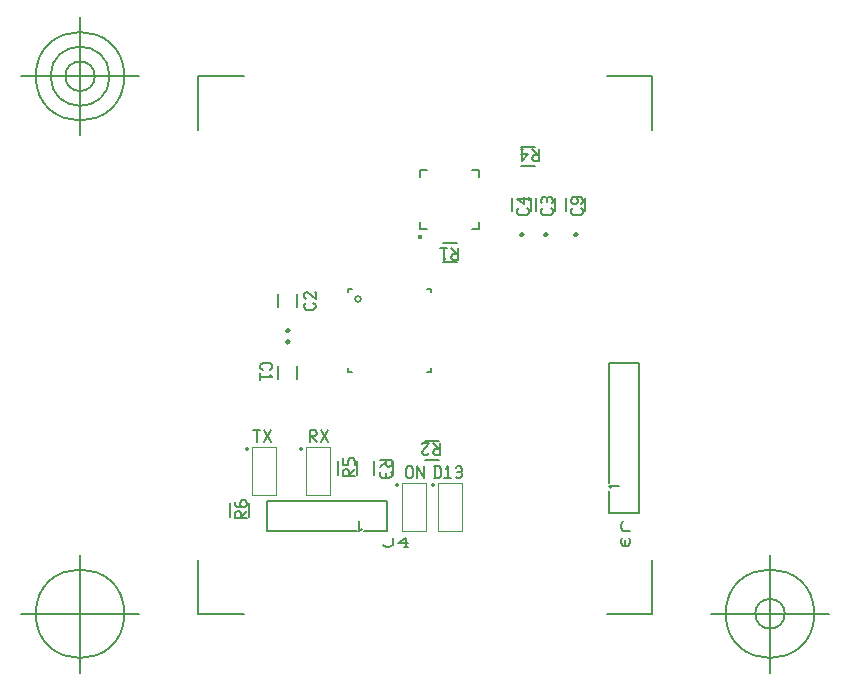
<source format=gbr>
G04 Generated by Ultiboard 14.1 *
%FSLAX34Y34*%
%MOMM*%

%ADD10C,0.0001*%
%ADD11C,0.1556*%
%ADD12C,0.2000*%
%ADD13C,0.2500*%
%ADD14C,0.2032*%
%ADD15C,0.0013*%
%ADD16C,0.1270*%
%ADD17C,0.40000*%
%ADD18C,0.35921*%


G04 ColorRGB FFFF00 for the following layer *
%LNSilkscreen Top*%
%LPD*%
G54D10*
G54D11*
X125820Y195031D02*
X123820Y197022D01*
X123820Y199013D01*
X125820Y201004D01*
X131820Y201004D01*
X133820Y199013D01*
X133820Y197022D01*
X131820Y195031D01*
X131820Y191049D02*
X133820Y189058D01*
X123820Y189058D01*
X123820Y192044D02*
X123820Y186071D01*
X168820Y252009D02*
X170820Y250018D01*
X170820Y248027D01*
X168820Y246036D01*
X162820Y246036D01*
X160820Y248027D01*
X160820Y250018D01*
X162820Y252009D01*
X162820Y254996D02*
X160820Y256987D01*
X160820Y258978D01*
X162820Y260969D01*
X163820Y260969D01*
X170820Y254996D01*
X170820Y260969D01*
X169820Y260969D01*
X291104Y298020D02*
X291104Y288020D01*
X287122Y288020D01*
X285131Y290020D01*
X285131Y291020D01*
X287122Y293020D01*
X291104Y293020D01*
X290109Y293020D02*
X285131Y298020D01*
X281149Y290020D02*
X279158Y288020D01*
X279158Y298020D01*
X282144Y298020D02*
X276171Y298020D01*
X349360Y332089D02*
X351360Y330098D01*
X351360Y328107D01*
X349360Y326116D01*
X343360Y326116D01*
X341360Y328107D01*
X341360Y330098D01*
X343360Y332089D01*
X347360Y341049D02*
X347360Y335076D01*
X341360Y340053D01*
X351360Y340053D01*
X351360Y339058D02*
X351360Y341049D01*
X369680Y332089D02*
X371680Y330098D01*
X371680Y328107D01*
X369680Y326116D01*
X363680Y326116D01*
X361680Y328107D01*
X361680Y330098D01*
X363680Y332089D01*
X362680Y336071D02*
X361680Y337067D01*
X361680Y339058D01*
X363680Y341049D01*
X365680Y341049D01*
X366680Y340053D01*
X367680Y341049D01*
X369680Y341049D01*
X371680Y339058D01*
X371680Y337067D01*
X370680Y336071D01*
X366680Y337067D02*
X366680Y340053D01*
X395080Y332089D02*
X397080Y330098D01*
X397080Y328107D01*
X395080Y326116D01*
X389080Y326116D01*
X387080Y328107D01*
X387080Y330098D01*
X389080Y332089D01*
X395080Y335076D02*
X397080Y337067D01*
X397080Y339058D01*
X395080Y341049D01*
X391080Y341049D01*
X389080Y341049D01*
X387080Y339058D01*
X387080Y337067D01*
X389080Y335076D01*
X391080Y335076D01*
X393080Y337067D01*
X393080Y339058D01*
X391080Y341049D01*
X359684Y381840D02*
X359684Y371840D01*
X355702Y371840D01*
X353711Y373840D01*
X353711Y374840D01*
X355702Y376840D01*
X359684Y376840D01*
X358689Y376840D02*
X353711Y381840D01*
X344751Y377840D02*
X350724Y377840D01*
X345747Y371840D01*
X345747Y381840D01*
X346742Y381840D02*
X344751Y381840D01*
X247376Y105300D02*
X249367Y103300D01*
X251358Y103300D01*
X253349Y105300D01*
X253349Y111300D01*
X251358Y113300D01*
X249367Y113300D01*
X247376Y111300D01*
X247376Y105300D01*
X256336Y103300D02*
X256336Y113300D01*
X262309Y103300D01*
X262309Y113300D01*
X225220Y118384D02*
X235220Y118384D01*
X235220Y114402D01*
X233220Y112411D01*
X232220Y112411D01*
X230220Y114402D01*
X230220Y118384D01*
X230220Y117389D02*
X225220Y112411D01*
X234220Y108429D02*
X235220Y107433D01*
X235220Y105442D01*
X233220Y103451D01*
X231220Y103451D01*
X230220Y104447D01*
X229220Y103451D01*
X227220Y103451D01*
X225220Y105442D01*
X225220Y107433D01*
X226220Y108429D01*
X230220Y107433D02*
X230220Y104447D01*
X275864Y132920D02*
X275864Y122920D01*
X271882Y122920D01*
X269891Y124920D01*
X269891Y125920D01*
X271882Y127920D01*
X275864Y127920D01*
X274869Y127920D02*
X269891Y132920D01*
X266904Y124920D02*
X264913Y122920D01*
X262922Y122920D01*
X260931Y124920D01*
X260931Y125920D01*
X266904Y132920D01*
X260931Y132920D01*
X260931Y131920D01*
X270836Y103300D02*
X274818Y103300D01*
X276809Y105300D01*
X276809Y111300D01*
X274818Y113300D01*
X270836Y113300D01*
X271831Y113300D02*
X271831Y103300D01*
X280791Y111300D02*
X282782Y113300D01*
X282782Y103300D01*
X279796Y103300D02*
X285769Y103300D01*
X289751Y112300D02*
X290747Y113300D01*
X292738Y113300D01*
X294729Y111300D01*
X294729Y109300D01*
X293733Y108300D01*
X294729Y107300D01*
X294729Y105300D01*
X292738Y103300D01*
X290747Y103300D01*
X289751Y104300D01*
X290747Y108300D02*
X293733Y108300D01*
X112600Y69576D02*
X102600Y69576D01*
X102600Y73558D01*
X104600Y75549D01*
X105600Y75549D01*
X107600Y73558D01*
X107600Y69576D01*
X107600Y70571D02*
X112600Y75549D01*
X102600Y83513D02*
X102600Y80527D01*
X104600Y78536D01*
X108600Y78536D01*
X110600Y78536D01*
X112600Y80527D01*
X112600Y82518D01*
X110600Y84509D01*
X108600Y84509D01*
X106600Y82518D01*
X106600Y80527D01*
X108600Y78536D01*
X120822Y133780D02*
X120822Y143780D01*
X117836Y143780D02*
X123809Y143780D01*
X126796Y143780D02*
X132769Y133780D01*
X126796Y133780D02*
X132769Y143780D01*
X204040Y105136D02*
X194040Y105136D01*
X194040Y109118D01*
X196040Y111109D01*
X197040Y111109D01*
X199040Y109118D01*
X199040Y105136D01*
X199040Y106131D02*
X204040Y111109D01*
X194040Y120069D02*
X194040Y114096D01*
X198040Y114096D01*
X198040Y118078D01*
X200040Y120069D01*
X202040Y120069D01*
X204040Y118078D01*
X204040Y114096D01*
X166096Y133780D02*
X166096Y143780D01*
X170078Y143780D01*
X172069Y141780D01*
X172069Y140780D01*
X170078Y138780D01*
X166096Y138780D01*
X167091Y138780D02*
X172069Y133780D01*
X175056Y143780D02*
X181029Y133780D01*
X175056Y133780D02*
X181029Y143780D01*
G54D12*
X139320Y198540D02*
X139320Y187540D01*
X155320Y198540D02*
X155320Y187540D01*
X155320Y198540D02*
X155320Y187540D01*
X155320Y248500D02*
X155320Y259500D01*
X139320Y248500D02*
X139320Y259500D01*
X139320Y248500D02*
X139320Y259500D01*
X290480Y302640D02*
X278480Y302640D01*
X290480Y286640D02*
X278480Y286640D01*
X290480Y286640D02*
X278480Y286640D01*
X353440Y329780D02*
X353440Y340780D01*
X337440Y329780D02*
X337440Y340780D01*
X337440Y329780D02*
X337440Y340780D01*
X373760Y329780D02*
X373760Y340780D01*
X357760Y329780D02*
X357760Y340780D01*
X357760Y329780D02*
X357760Y340780D01*
X399160Y329780D02*
X399160Y340780D01*
X383160Y329780D02*
X383160Y340780D01*
X383160Y329780D02*
X383160Y340780D01*
X356520Y383920D02*
X344520Y383920D01*
X356520Y367920D02*
X344520Y367920D01*
X356520Y367920D02*
X344520Y367920D01*
X236600Y105760D02*
X236600Y117760D01*
X220600Y105760D02*
X220600Y117760D01*
X220600Y105760D02*
X220600Y117760D01*
X275240Y135000D02*
X263240Y135000D01*
X275240Y119000D02*
X263240Y119000D01*
X275240Y119000D02*
X263240Y119000D01*
X114680Y70200D02*
X114680Y82200D01*
X98680Y70200D02*
X98680Y82200D01*
X98680Y70200D02*
X98680Y82200D01*
X206120Y105760D02*
X206120Y117760D01*
X190120Y105760D02*
X190120Y117760D01*
X190120Y105760D02*
X190120Y117760D01*
G54D13*
X146070Y218790D02*
G75*
D01*
G02X146070Y218790I1250J0*
G01*
X146070Y228250D02*
G75*
D01*
G02X146070Y228250I1250J0*
G01*
X344190Y309530D02*
G75*
D01*
G02X344190Y309530I1250J0*
G01*
X364510Y309530D02*
G75*
D01*
G02X364510Y309530I1250J0*
G01*
X389910Y309530D02*
G75*
D01*
G02X389910Y309530I1250J0*
G01*
G54D14*
X198430Y193600D02*
X201430Y193600D01*
X198430Y193600D02*
X198430Y196600D01*
X198430Y263600D02*
X201430Y263600D01*
X198430Y263600D02*
X198430Y260600D01*
X204030Y255100D02*
G75*
D01*
G02X204030Y255100I2500J0*
G01*
X268430Y193600D02*
X265430Y193600D01*
X268430Y193600D02*
X268430Y196600D01*
X268430Y263600D02*
X265430Y263600D01*
X268430Y263600D02*
X268430Y260600D01*
X265320Y314220D02*
X259320Y314220D01*
X259320Y320220D01*
X259320Y358220D02*
X259320Y364220D01*
X265320Y364220D01*
X303320Y364220D02*
X309320Y364220D01*
X309320Y358220D01*
X303320Y314220D02*
X309320Y314220D01*
X309320Y320220D01*
X430579Y66812D02*
X429067Y63989D01*
X429067Y61167D01*
X430579Y58345D01*
X436626Y58345D01*
X435870Y52701D02*
X436626Y51289D01*
X436626Y48467D01*
X435114Y45645D01*
X433602Y45645D01*
X432846Y47056D01*
X432090Y45645D01*
X430579Y45645D01*
X429067Y48467D01*
X429067Y51289D01*
X429823Y52701D01*
X432846Y51289D02*
X432846Y47056D01*
X419100Y200660D02*
X419100Y99060D01*
X419100Y92710D02*
X419100Y73660D01*
X444500Y73660D01*
X419100Y96943D02*
X427567Y96943D01*
X421217Y94827D02*
X419100Y96943D01*
X419100Y200660D02*
X444500Y200660D01*
X444500Y73660D01*
X227471Y46536D02*
X230293Y45025D01*
X233116Y45025D01*
X235938Y46536D01*
X235938Y52584D01*
X248638Y48048D02*
X240171Y48048D01*
X247227Y52584D01*
X247227Y45025D01*
X245816Y45025D02*
X248638Y45025D01*
X129540Y83820D02*
X231140Y83820D01*
X129540Y58420D02*
X205740Y58420D01*
X231140Y58420D02*
X231140Y83820D01*
X212090Y58420D02*
X231140Y58420D01*
X207857Y58420D02*
X207857Y66887D01*
X209973Y60537D02*
X207857Y58420D01*
X129540Y58420D02*
X129540Y83820D01*
G54D15*
X243840Y99060D02*
X264160Y99060D01*
X264160Y58420D01*
X243840Y58420D01*
X243840Y99060D01*
X274320Y99060D02*
X294640Y99060D01*
X294640Y58420D01*
X274320Y58420D01*
X274320Y99060D01*
X116840Y129540D02*
X137160Y129540D01*
X137160Y88900D01*
X116840Y88900D01*
X116840Y129540D01*
X162560Y129540D02*
X182880Y129540D01*
X182880Y88900D01*
X162560Y88900D01*
X162560Y129540D01*
G54D16*
X71305Y-11446D02*
X71305Y34063D01*
X71305Y-11446D02*
X109720Y-11446D01*
X455459Y-11446D02*
X417043Y-11446D01*
X455459Y-11446D02*
X455459Y34063D01*
X455459Y443652D02*
X455459Y398143D01*
X455459Y443652D02*
X417043Y443652D01*
X71305Y443652D02*
X109720Y443652D01*
X71305Y443652D02*
X71305Y398143D01*
X21305Y-11446D02*
X-78695Y-11446D01*
X-28695Y-61446D02*
X-28695Y38554D01*
X-66195Y-11446D02*
G75*
D01*
G02X-66195Y-11446I37500J0*
G01*
X505459Y-11446D02*
X605459Y-11446D01*
X555459Y-61446D02*
X555459Y38554D01*
X517959Y-11446D02*
G75*
D01*
G02X517959Y-11446I37500J0*
G01*
X542959Y-11446D02*
G75*
D01*
G02X542959Y-11446I12500J0*
G01*
X21305Y443652D02*
X-78695Y443652D01*
X-28695Y393652D02*
X-28695Y493652D01*
X-66195Y443652D02*
G75*
D01*
G02X-66195Y443652I37500J0*
G01*
X-53695Y443652D02*
G75*
D01*
G02X-53695Y443652I25000J0*
G01*
X-41195Y443652D02*
G75*
D01*
G02X-41195Y443652I12500J0*
G01*
G54D17*
X259320Y307215D03*
G54D18*
X240030Y97790D03*
X270510Y97790D03*
X113030Y128270D03*
X158750Y128270D03*

M02*

</source>
